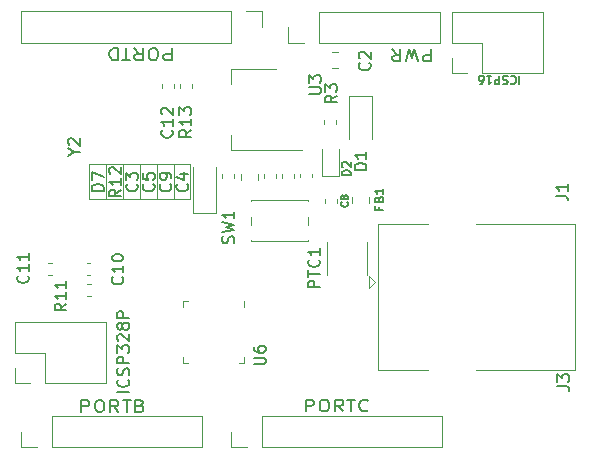
<source format=gbr>
G04 #@! TF.GenerationSoftware,KiCad,Pcbnew,(5.1.5)-3*
G04 #@! TF.CreationDate,2020-06-09T16:26:15+03:00*
G04 #@! TF.ProjectId,Arduino_Uno_R4,41726475-696e-46f5-9f55-6e6f5f52342e,rev?*
G04 #@! TF.SameCoordinates,Original*
G04 #@! TF.FileFunction,Legend,Top*
G04 #@! TF.FilePolarity,Positive*
%FSLAX46Y46*%
G04 Gerber Fmt 4.6, Leading zero omitted, Abs format (unit mm)*
G04 Created by KiCad (PCBNEW (5.1.5)-3) date 2020-06-09 16:26:15*
%MOMM*%
%LPD*%
G04 APERTURE LIST*
%ADD10C,0.150000*%
%ADD11C,0.200000*%
%ADD12C,0.120000*%
G04 APERTURE END LIST*
D10*
X91692200Y-64427933D02*
X91692200Y-65127933D01*
X90958866Y-64494600D02*
X90992200Y-64461266D01*
X91092200Y-64427933D01*
X91158866Y-64427933D01*
X91258866Y-64461266D01*
X91325533Y-64527933D01*
X91358866Y-64594600D01*
X91392200Y-64727933D01*
X91392200Y-64827933D01*
X91358866Y-64961266D01*
X91325533Y-65027933D01*
X91258866Y-65094600D01*
X91158866Y-65127933D01*
X91092200Y-65127933D01*
X90992200Y-65094600D01*
X90958866Y-65061266D01*
X90692200Y-64461266D02*
X90592200Y-64427933D01*
X90425533Y-64427933D01*
X90358866Y-64461266D01*
X90325533Y-64494600D01*
X90292200Y-64561266D01*
X90292200Y-64627933D01*
X90325533Y-64694600D01*
X90358866Y-64727933D01*
X90425533Y-64761266D01*
X90558866Y-64794600D01*
X90625533Y-64827933D01*
X90658866Y-64861266D01*
X90692200Y-64927933D01*
X90692200Y-64994600D01*
X90658866Y-65061266D01*
X90625533Y-65094600D01*
X90558866Y-65127933D01*
X90392200Y-65127933D01*
X90292200Y-65094600D01*
X89992200Y-64427933D02*
X89992200Y-65127933D01*
X89725533Y-65127933D01*
X89658866Y-65094600D01*
X89625533Y-65061266D01*
X89592200Y-64994600D01*
X89592200Y-64894600D01*
X89625533Y-64827933D01*
X89658866Y-64794600D01*
X89725533Y-64761266D01*
X89992200Y-64761266D01*
X88925533Y-64427933D02*
X89325533Y-64427933D01*
X89125533Y-64427933D02*
X89125533Y-65127933D01*
X89192200Y-65027933D01*
X89258866Y-64961266D01*
X89325533Y-64927933D01*
X88325533Y-65127933D02*
X88458866Y-65127933D01*
X88525533Y-65094600D01*
X88558866Y-65061266D01*
X88625533Y-64961266D01*
X88658866Y-64827933D01*
X88658866Y-64561266D01*
X88625533Y-64494600D01*
X88592200Y-64461266D01*
X88525533Y-64427933D01*
X88392200Y-64427933D01*
X88325533Y-64461266D01*
X88292200Y-64494600D01*
X88258866Y-64561266D01*
X88258866Y-64727933D01*
X88292200Y-64794600D01*
X88325533Y-64827933D01*
X88392200Y-64861266D01*
X88525533Y-64861266D01*
X88592200Y-64827933D01*
X88625533Y-64794600D01*
X88658866Y-64727933D01*
D11*
X58643780Y-91212561D02*
X57643780Y-91212561D01*
X58548542Y-90164942D02*
X58596161Y-90212561D01*
X58643780Y-90355419D01*
X58643780Y-90450657D01*
X58596161Y-90593514D01*
X58500923Y-90688752D01*
X58405685Y-90736371D01*
X58215209Y-90783990D01*
X58072352Y-90783990D01*
X57881876Y-90736371D01*
X57786638Y-90688752D01*
X57691400Y-90593514D01*
X57643780Y-90450657D01*
X57643780Y-90355419D01*
X57691400Y-90212561D01*
X57739019Y-90164942D01*
X58596161Y-89783990D02*
X58643780Y-89641133D01*
X58643780Y-89403038D01*
X58596161Y-89307800D01*
X58548542Y-89260180D01*
X58453304Y-89212561D01*
X58358066Y-89212561D01*
X58262828Y-89260180D01*
X58215209Y-89307800D01*
X58167590Y-89403038D01*
X58119971Y-89593514D01*
X58072352Y-89688752D01*
X58024733Y-89736371D01*
X57929495Y-89783990D01*
X57834257Y-89783990D01*
X57739019Y-89736371D01*
X57691400Y-89688752D01*
X57643780Y-89593514D01*
X57643780Y-89355419D01*
X57691400Y-89212561D01*
X58643780Y-88783990D02*
X57643780Y-88783990D01*
X57643780Y-88403038D01*
X57691400Y-88307800D01*
X57739019Y-88260180D01*
X57834257Y-88212561D01*
X57977114Y-88212561D01*
X58072352Y-88260180D01*
X58119971Y-88307800D01*
X58167590Y-88403038D01*
X58167590Y-88783990D01*
X57643780Y-87879228D02*
X57643780Y-87260180D01*
X58024733Y-87593514D01*
X58024733Y-87450657D01*
X58072352Y-87355419D01*
X58119971Y-87307800D01*
X58215209Y-87260180D01*
X58453304Y-87260180D01*
X58548542Y-87307800D01*
X58596161Y-87355419D01*
X58643780Y-87450657D01*
X58643780Y-87736371D01*
X58596161Y-87831609D01*
X58548542Y-87879228D01*
X57739019Y-86879228D02*
X57691400Y-86831609D01*
X57643780Y-86736371D01*
X57643780Y-86498276D01*
X57691400Y-86403038D01*
X57739019Y-86355419D01*
X57834257Y-86307800D01*
X57929495Y-86307800D01*
X58072352Y-86355419D01*
X58643780Y-86926847D01*
X58643780Y-86307800D01*
X58072352Y-85736371D02*
X58024733Y-85831609D01*
X57977114Y-85879228D01*
X57881876Y-85926847D01*
X57834257Y-85926847D01*
X57739019Y-85879228D01*
X57691400Y-85831609D01*
X57643780Y-85736371D01*
X57643780Y-85545895D01*
X57691400Y-85450657D01*
X57739019Y-85403038D01*
X57834257Y-85355419D01*
X57881876Y-85355419D01*
X57977114Y-85403038D01*
X58024733Y-85450657D01*
X58072352Y-85545895D01*
X58072352Y-85736371D01*
X58119971Y-85831609D01*
X58167590Y-85879228D01*
X58262828Y-85926847D01*
X58453304Y-85926847D01*
X58548542Y-85879228D01*
X58596161Y-85831609D01*
X58643780Y-85736371D01*
X58643780Y-85545895D01*
X58596161Y-85450657D01*
X58548542Y-85403038D01*
X58453304Y-85355419D01*
X58262828Y-85355419D01*
X58167590Y-85403038D01*
X58119971Y-85450657D01*
X58072352Y-85545895D01*
X58643780Y-84926847D02*
X57643780Y-84926847D01*
X57643780Y-84545895D01*
X57691400Y-84450657D01*
X57739019Y-84403038D01*
X57834257Y-84355419D01*
X57977114Y-84355419D01*
X58072352Y-84403038D01*
X58119971Y-84450657D01*
X58167590Y-84545895D01*
X58167590Y-84926847D01*
D10*
X84175400Y-62209419D02*
X84175400Y-63209419D01*
X83718257Y-63209419D01*
X83603971Y-63161800D01*
X83546828Y-63114180D01*
X83489685Y-63018942D01*
X83489685Y-62876085D01*
X83546828Y-62780847D01*
X83603971Y-62733228D01*
X83718257Y-62685609D01*
X84175400Y-62685609D01*
X83089685Y-63209419D02*
X82803971Y-62209419D01*
X82575400Y-62923704D01*
X82346828Y-62209419D01*
X82061114Y-63209419D01*
X80918257Y-62209419D02*
X81318257Y-62685609D01*
X81603971Y-62209419D02*
X81603971Y-63209419D01*
X81146828Y-63209419D01*
X81032542Y-63161800D01*
X80975400Y-63114180D01*
X80918257Y-63018942D01*
X80918257Y-62876085D01*
X80975400Y-62780847D01*
X81032542Y-62733228D01*
X81146828Y-62685609D01*
X81603971Y-62685609D01*
X62239200Y-62107819D02*
X62239200Y-63107819D01*
X61782057Y-63107819D01*
X61667771Y-63060200D01*
X61610628Y-63012580D01*
X61553485Y-62917342D01*
X61553485Y-62774485D01*
X61610628Y-62679247D01*
X61667771Y-62631628D01*
X61782057Y-62584009D01*
X62239200Y-62584009D01*
X60810628Y-63107819D02*
X60582057Y-63107819D01*
X60467771Y-63060200D01*
X60353485Y-62964961D01*
X60296342Y-62774485D01*
X60296342Y-62441152D01*
X60353485Y-62250676D01*
X60467771Y-62155438D01*
X60582057Y-62107819D01*
X60810628Y-62107819D01*
X60924914Y-62155438D01*
X61039200Y-62250676D01*
X61096342Y-62441152D01*
X61096342Y-62774485D01*
X61039200Y-62964961D01*
X60924914Y-63060200D01*
X60810628Y-63107819D01*
X59096342Y-62107819D02*
X59496342Y-62584009D01*
X59782057Y-62107819D02*
X59782057Y-63107819D01*
X59324914Y-63107819D01*
X59210628Y-63060200D01*
X59153485Y-63012580D01*
X59096342Y-62917342D01*
X59096342Y-62774485D01*
X59153485Y-62679247D01*
X59210628Y-62631628D01*
X59324914Y-62584009D01*
X59782057Y-62584009D01*
X58753485Y-63107819D02*
X58067771Y-63107819D01*
X58410628Y-62107819D02*
X58410628Y-63107819D01*
X57667771Y-62107819D02*
X57667771Y-63107819D01*
X57382057Y-63107819D01*
X57210628Y-63060200D01*
X57096342Y-62964961D01*
X57039200Y-62869723D01*
X56982057Y-62679247D01*
X56982057Y-62536390D01*
X57039200Y-62345914D01*
X57096342Y-62250676D01*
X57210628Y-62155438D01*
X57382057Y-62107819D01*
X57667771Y-62107819D01*
X73625400Y-92857580D02*
X73625400Y-91857580D01*
X74082542Y-91857580D01*
X74196828Y-91905200D01*
X74253971Y-91952819D01*
X74311114Y-92048057D01*
X74311114Y-92190914D01*
X74253971Y-92286152D01*
X74196828Y-92333771D01*
X74082542Y-92381390D01*
X73625400Y-92381390D01*
X75053971Y-91857580D02*
X75282542Y-91857580D01*
X75396828Y-91905200D01*
X75511114Y-92000438D01*
X75568257Y-92190914D01*
X75568257Y-92524247D01*
X75511114Y-92714723D01*
X75396828Y-92809961D01*
X75282542Y-92857580D01*
X75053971Y-92857580D01*
X74939685Y-92809961D01*
X74825400Y-92714723D01*
X74768257Y-92524247D01*
X74768257Y-92190914D01*
X74825400Y-92000438D01*
X74939685Y-91905200D01*
X75053971Y-91857580D01*
X76768257Y-92857580D02*
X76368257Y-92381390D01*
X76082542Y-92857580D02*
X76082542Y-91857580D01*
X76539685Y-91857580D01*
X76653971Y-91905200D01*
X76711114Y-91952819D01*
X76768257Y-92048057D01*
X76768257Y-92190914D01*
X76711114Y-92286152D01*
X76653971Y-92333771D01*
X76539685Y-92381390D01*
X76082542Y-92381390D01*
X77111114Y-91857580D02*
X77796828Y-91857580D01*
X77453971Y-92857580D02*
X77453971Y-91857580D01*
X78882542Y-92762342D02*
X78825400Y-92809961D01*
X78653971Y-92857580D01*
X78539685Y-92857580D01*
X78368257Y-92809961D01*
X78253971Y-92714723D01*
X78196828Y-92619485D01*
X78139685Y-92429009D01*
X78139685Y-92286152D01*
X78196828Y-92095676D01*
X78253971Y-92000438D01*
X78368257Y-91905200D01*
X78539685Y-91857580D01*
X78653971Y-91857580D01*
X78825400Y-91905200D01*
X78882542Y-91952819D01*
X54600800Y-92882980D02*
X54600800Y-91882980D01*
X55057942Y-91882980D01*
X55172228Y-91930600D01*
X55229371Y-91978219D01*
X55286514Y-92073457D01*
X55286514Y-92216314D01*
X55229371Y-92311552D01*
X55172228Y-92359171D01*
X55057942Y-92406790D01*
X54600800Y-92406790D01*
X56029371Y-91882980D02*
X56257942Y-91882980D01*
X56372228Y-91930600D01*
X56486514Y-92025838D01*
X56543657Y-92216314D01*
X56543657Y-92549647D01*
X56486514Y-92740123D01*
X56372228Y-92835361D01*
X56257942Y-92882980D01*
X56029371Y-92882980D01*
X55915085Y-92835361D01*
X55800800Y-92740123D01*
X55743657Y-92549647D01*
X55743657Y-92216314D01*
X55800800Y-92025838D01*
X55915085Y-91930600D01*
X56029371Y-91882980D01*
X57743657Y-92882980D02*
X57343657Y-92406790D01*
X57057942Y-92882980D02*
X57057942Y-91882980D01*
X57515085Y-91882980D01*
X57629371Y-91930600D01*
X57686514Y-91978219D01*
X57743657Y-92073457D01*
X57743657Y-92216314D01*
X57686514Y-92311552D01*
X57629371Y-92359171D01*
X57515085Y-92406790D01*
X57057942Y-92406790D01*
X58086514Y-91882980D02*
X58772228Y-91882980D01*
X58429371Y-92882980D02*
X58429371Y-91882980D01*
X59572228Y-92359171D02*
X59743657Y-92406790D01*
X59800800Y-92454409D01*
X59857942Y-92549647D01*
X59857942Y-92692504D01*
X59800800Y-92787742D01*
X59743657Y-92835361D01*
X59629371Y-92882980D01*
X59172228Y-92882980D01*
X59172228Y-91882980D01*
X59572228Y-91882980D01*
X59686514Y-91930600D01*
X59743657Y-91978219D01*
X59800800Y-92073457D01*
X59800800Y-92168695D01*
X59743657Y-92263933D01*
X59686514Y-92311552D01*
X59572228Y-92359171D01*
X59172228Y-92359171D01*
D12*
X62407800Y-71932800D02*
X62407800Y-74879200D01*
X61010800Y-71932800D02*
X61010800Y-74879200D01*
X58166000Y-71932800D02*
X58166000Y-74879200D01*
X59588400Y-71932800D02*
X59588400Y-74879200D01*
X56718200Y-71932800D02*
X56718200Y-74879200D01*
X55245000Y-71932800D02*
X55245000Y-74879200D01*
X63830200Y-71932800D02*
X55245000Y-71932800D01*
X63830200Y-74879200D02*
X63830200Y-71932800D01*
X55245000Y-74879200D02*
X63830200Y-74879200D01*
X75814422Y-62383600D02*
X76331578Y-62383600D01*
X75814422Y-63803600D02*
X76331578Y-63803600D01*
X69544000Y-72717922D02*
X69544000Y-73235078D01*
X68124000Y-72717922D02*
X68124000Y-73235078D01*
X72646000Y-72735221D02*
X72646000Y-73060779D01*
X71626000Y-72735221D02*
X71626000Y-73060779D01*
X70102000Y-73060779D02*
X70102000Y-72735221D01*
X71122000Y-73060779D02*
X71122000Y-72735221D01*
X76252800Y-75219779D02*
X76252800Y-74894221D01*
X75232800Y-75219779D02*
X75232800Y-74894221D01*
X74170000Y-73035279D02*
X74170000Y-72709721D01*
X73150000Y-73035279D02*
X73150000Y-72709721D01*
X55041721Y-81282000D02*
X55367279Y-81282000D01*
X55041721Y-80262000D02*
X55367279Y-80262000D01*
X52105779Y-81282000D02*
X51780221Y-81282000D01*
X52105779Y-80262000D02*
X51780221Y-80262000D01*
X62435200Y-65115121D02*
X62435200Y-65440679D01*
X61415200Y-65115121D02*
X61415200Y-65440679D01*
X74957000Y-70599500D02*
X74957000Y-72884500D01*
X74957000Y-72884500D02*
X76427000Y-72884500D01*
X76427000Y-72884500D02*
X76427000Y-70599500D01*
X64024000Y-76036000D02*
X64024000Y-72136000D01*
X66024000Y-76036000D02*
X66024000Y-72136000D01*
X64024000Y-76036000D02*
X66024000Y-76036000D01*
X78942000Y-75188578D02*
X78942000Y-74671422D01*
X77522000Y-75188578D02*
X77522000Y-74671422D01*
X93684400Y-64220400D02*
X93684400Y-59020400D01*
X88544400Y-64220400D02*
X93684400Y-64220400D01*
X85944400Y-59020400D02*
X93684400Y-59020400D01*
X88544400Y-64220400D02*
X88544400Y-61620400D01*
X88544400Y-61620400D02*
X85944400Y-61620400D01*
X85944400Y-61620400D02*
X85944400Y-59020400D01*
X87274400Y-64220400D02*
X85944400Y-64220400D01*
X85944400Y-64220400D02*
X85944400Y-62890400D01*
X83940000Y-77005000D02*
X79680000Y-77005000D01*
X79680000Y-77005000D02*
X79680000Y-89325000D01*
X79680000Y-89325000D02*
X83940000Y-89325000D01*
X88040000Y-77005000D02*
X96400000Y-77005000D01*
X96400000Y-77005000D02*
X96400000Y-89325000D01*
X96400000Y-89325000D02*
X88040000Y-89325000D01*
X79460000Y-81915000D02*
X78960000Y-81415000D01*
X78960000Y-81415000D02*
X78960000Y-82415000D01*
X78960000Y-82415000D02*
X79460000Y-81915000D01*
X48962000Y-90484000D02*
X48962000Y-89154000D01*
X50292000Y-90484000D02*
X48962000Y-90484000D01*
X48962000Y-87884000D02*
X48962000Y-85284000D01*
X51562000Y-87884000D02*
X48962000Y-87884000D01*
X51562000Y-90484000D02*
X51562000Y-87884000D01*
X48962000Y-85284000D02*
X56702000Y-85284000D01*
X51562000Y-90484000D02*
X56702000Y-90484000D01*
X56702000Y-90484000D02*
X56702000Y-85284000D01*
X78799000Y-78518248D02*
X78799000Y-81290752D01*
X75379000Y-78518248D02*
X75379000Y-81290752D01*
X75182000Y-68213921D02*
X75182000Y-68539479D01*
X76202000Y-68213921D02*
X76202000Y-68539479D01*
X55407779Y-83060000D02*
X55082221Y-83060000D01*
X55407779Y-82040000D02*
X55082221Y-82040000D01*
X67566000Y-72760721D02*
X67566000Y-73086279D01*
X66546000Y-72760721D02*
X66546000Y-73086279D01*
X64010000Y-65440879D02*
X64010000Y-65115321D01*
X62990000Y-65440879D02*
X62990000Y-65115321D01*
X68924000Y-78458000D02*
X68924000Y-78358000D01*
X68924000Y-74958000D02*
X68924000Y-75058000D01*
X73824000Y-75058000D02*
X73824000Y-74958000D01*
X73824000Y-78458000D02*
X73824000Y-78358000D01*
X73824000Y-77058000D02*
X73824000Y-76358000D01*
X68924000Y-77058000D02*
X68924000Y-76358000D01*
X68924000Y-78458000D02*
X73824000Y-78458000D01*
X73824000Y-74958000D02*
X68924000Y-74958000D01*
X73315000Y-70720000D02*
X67305000Y-70720000D01*
X71065000Y-63900000D02*
X67305000Y-63900000D01*
X67305000Y-70720000D02*
X67305000Y-69460000D01*
X67305000Y-63900000D02*
X67305000Y-65160000D01*
X68396000Y-88241000D02*
X68396000Y-88716000D01*
X68396000Y-88716000D02*
X67921000Y-88716000D01*
X63176000Y-83971000D02*
X63176000Y-83496000D01*
X63176000Y-83496000D02*
X63651000Y-83496000D01*
X63176000Y-88241000D02*
X63176000Y-88716000D01*
X63176000Y-88716000D02*
X63651000Y-88716000D01*
X68396000Y-83971000D02*
X68396000Y-83496000D01*
X79242000Y-66120000D02*
X77222000Y-66120000D01*
X77222000Y-66120000D02*
X77222000Y-69800000D01*
X79242000Y-66120000D02*
X79242000Y-69800000D01*
X64855400Y-95894200D02*
X64855400Y-93234200D01*
X52095400Y-95894200D02*
X64855400Y-95894200D01*
X52095400Y-93234200D02*
X64855400Y-93234200D01*
X52095400Y-95894200D02*
X52095400Y-93234200D01*
X50825400Y-95894200D02*
X49495400Y-95894200D01*
X49495400Y-95894200D02*
X49495400Y-94564200D01*
X84946800Y-61655000D02*
X84946800Y-58995000D01*
X74726800Y-61655000D02*
X84946800Y-61655000D01*
X74726800Y-58995000D02*
X84946800Y-58995000D01*
X74726800Y-61655000D02*
X74726800Y-58995000D01*
X73456800Y-61655000D02*
X72126800Y-61655000D01*
X72126800Y-61655000D02*
X72126800Y-60325000D01*
X85175400Y-95894200D02*
X85175400Y-93234200D01*
X69875400Y-95894200D02*
X85175400Y-95894200D01*
X69875400Y-93234200D02*
X85175400Y-93234200D01*
X69875400Y-95894200D02*
X69875400Y-93234200D01*
X68605400Y-95894200D02*
X67275400Y-95894200D01*
X67275400Y-95894200D02*
X67275400Y-94564200D01*
X49470000Y-58969600D02*
X49470000Y-61629600D01*
X67310000Y-58969600D02*
X49470000Y-58969600D01*
X67310000Y-61629600D02*
X49470000Y-61629600D01*
X67310000Y-58969600D02*
X67310000Y-61629600D01*
X68580000Y-58969600D02*
X69910000Y-58969600D01*
X69910000Y-58969600D02*
X69910000Y-60299600D01*
D10*
X54001990Y-70910390D02*
X54478180Y-70910390D01*
X53478180Y-71243723D02*
X54001990Y-70910390D01*
X53478180Y-70577057D01*
X53573419Y-70291342D02*
X53525800Y-70243723D01*
X53478180Y-70148485D01*
X53478180Y-69910390D01*
X53525800Y-69815152D01*
X53573419Y-69767533D01*
X53668657Y-69719914D01*
X53763895Y-69719914D01*
X53906752Y-69767533D01*
X54478180Y-70338961D01*
X54478180Y-69719914D01*
X94778580Y-74602933D02*
X95492866Y-74602933D01*
X95635723Y-74650552D01*
X95730961Y-74745790D01*
X95778580Y-74888647D01*
X95778580Y-74983885D01*
X95778580Y-73602933D02*
X95778580Y-74174361D01*
X95778580Y-73888647D02*
X94778580Y-73888647D01*
X94921438Y-73983885D01*
X95016676Y-74079123D01*
X95064295Y-74174361D01*
X78995542Y-63336466D02*
X79043161Y-63384085D01*
X79090780Y-63526942D01*
X79090780Y-63622180D01*
X79043161Y-63765038D01*
X78947923Y-63860276D01*
X78852685Y-63907895D01*
X78662209Y-63955514D01*
X78519352Y-63955514D01*
X78328876Y-63907895D01*
X78233638Y-63860276D01*
X78138400Y-63765038D01*
X78090780Y-63622180D01*
X78090780Y-63526942D01*
X78138400Y-63384085D01*
X78186019Y-63336466D01*
X78186019Y-62955514D02*
X78138400Y-62907895D01*
X78090780Y-62812657D01*
X78090780Y-62574561D01*
X78138400Y-62479323D01*
X78186019Y-62431704D01*
X78281257Y-62384085D01*
X78376495Y-62384085D01*
X78519352Y-62431704D01*
X79090780Y-63003133D01*
X79090780Y-62384085D01*
X59285142Y-73598066D02*
X59332761Y-73645685D01*
X59380380Y-73788542D01*
X59380380Y-73883780D01*
X59332761Y-74026638D01*
X59237523Y-74121876D01*
X59142285Y-74169495D01*
X58951809Y-74217114D01*
X58808952Y-74217114D01*
X58618476Y-74169495D01*
X58523238Y-74121876D01*
X58428000Y-74026638D01*
X58380380Y-73883780D01*
X58380380Y-73788542D01*
X58428000Y-73645685D01*
X58475619Y-73598066D01*
X58380380Y-73264733D02*
X58380380Y-72645685D01*
X58761333Y-72979019D01*
X58761333Y-72836161D01*
X58808952Y-72740923D01*
X58856571Y-72693304D01*
X58951809Y-72645685D01*
X59189904Y-72645685D01*
X59285142Y-72693304D01*
X59332761Y-72740923D01*
X59380380Y-72836161D01*
X59380380Y-73121876D01*
X59332761Y-73217114D01*
X59285142Y-73264733D01*
X63552342Y-73598066D02*
X63599961Y-73645685D01*
X63647580Y-73788542D01*
X63647580Y-73883780D01*
X63599961Y-74026638D01*
X63504723Y-74121876D01*
X63409485Y-74169495D01*
X63219009Y-74217114D01*
X63076152Y-74217114D01*
X62885676Y-74169495D01*
X62790438Y-74121876D01*
X62695200Y-74026638D01*
X62647580Y-73883780D01*
X62647580Y-73788542D01*
X62695200Y-73645685D01*
X62742819Y-73598066D01*
X62980914Y-72740923D02*
X63647580Y-72740923D01*
X62599961Y-72979019D02*
X63314247Y-73217114D01*
X63314247Y-72598066D01*
X60707542Y-73598066D02*
X60755161Y-73645685D01*
X60802780Y-73788542D01*
X60802780Y-73883780D01*
X60755161Y-74026638D01*
X60659923Y-74121876D01*
X60564685Y-74169495D01*
X60374209Y-74217114D01*
X60231352Y-74217114D01*
X60040876Y-74169495D01*
X59945638Y-74121876D01*
X59850400Y-74026638D01*
X59802780Y-73883780D01*
X59802780Y-73788542D01*
X59850400Y-73645685D01*
X59898019Y-73598066D01*
X59802780Y-72693304D02*
X59802780Y-73169495D01*
X60278971Y-73217114D01*
X60231352Y-73169495D01*
X60183733Y-73074257D01*
X60183733Y-72836161D01*
X60231352Y-72740923D01*
X60278971Y-72693304D01*
X60374209Y-72645685D01*
X60612304Y-72645685D01*
X60707542Y-72693304D01*
X60755161Y-72740923D01*
X60802780Y-72836161D01*
X60802780Y-73074257D01*
X60755161Y-73169495D01*
X60707542Y-73217114D01*
X77125485Y-75131600D02*
X77154057Y-75160171D01*
X77182628Y-75245885D01*
X77182628Y-75303028D01*
X77154057Y-75388742D01*
X77096914Y-75445885D01*
X77039771Y-75474457D01*
X76925485Y-75503028D01*
X76839771Y-75503028D01*
X76725485Y-75474457D01*
X76668342Y-75445885D01*
X76611200Y-75388742D01*
X76582628Y-75303028D01*
X76582628Y-75245885D01*
X76611200Y-75160171D01*
X76639771Y-75131600D01*
X76839771Y-74788742D02*
X76811200Y-74845885D01*
X76782628Y-74874457D01*
X76725485Y-74903028D01*
X76696914Y-74903028D01*
X76639771Y-74874457D01*
X76611200Y-74845885D01*
X76582628Y-74788742D01*
X76582628Y-74674457D01*
X76611200Y-74617314D01*
X76639771Y-74588742D01*
X76696914Y-74560171D01*
X76725485Y-74560171D01*
X76782628Y-74588742D01*
X76811200Y-74617314D01*
X76839771Y-74674457D01*
X76839771Y-74788742D01*
X76868342Y-74845885D01*
X76896914Y-74874457D01*
X76954057Y-74903028D01*
X77068342Y-74903028D01*
X77125485Y-74874457D01*
X77154057Y-74845885D01*
X77182628Y-74788742D01*
X77182628Y-74674457D01*
X77154057Y-74617314D01*
X77125485Y-74588742D01*
X77068342Y-74560171D01*
X76954057Y-74560171D01*
X76896914Y-74588742D01*
X76868342Y-74617314D01*
X76839771Y-74674457D01*
X62129942Y-73598066D02*
X62177561Y-73645685D01*
X62225180Y-73788542D01*
X62225180Y-73883780D01*
X62177561Y-74026638D01*
X62082323Y-74121876D01*
X61987085Y-74169495D01*
X61796609Y-74217114D01*
X61653752Y-74217114D01*
X61463276Y-74169495D01*
X61368038Y-74121876D01*
X61272800Y-74026638D01*
X61225180Y-73883780D01*
X61225180Y-73788542D01*
X61272800Y-73645685D01*
X61320419Y-73598066D01*
X62225180Y-73121876D02*
X62225180Y-72931400D01*
X62177561Y-72836161D01*
X62129942Y-72788542D01*
X61987085Y-72693304D01*
X61796609Y-72645685D01*
X61415657Y-72645685D01*
X61320419Y-72693304D01*
X61272800Y-72740923D01*
X61225180Y-72836161D01*
X61225180Y-73026638D01*
X61272800Y-73121876D01*
X61320419Y-73169495D01*
X61415657Y-73217114D01*
X61653752Y-73217114D01*
X61748990Y-73169495D01*
X61796609Y-73121876D01*
X61844228Y-73026638D01*
X61844228Y-72836161D01*
X61796609Y-72740923D01*
X61748990Y-72693304D01*
X61653752Y-72645685D01*
X58065942Y-81465657D02*
X58113561Y-81513276D01*
X58161180Y-81656133D01*
X58161180Y-81751371D01*
X58113561Y-81894228D01*
X58018323Y-81989466D01*
X57923085Y-82037085D01*
X57732609Y-82084704D01*
X57589752Y-82084704D01*
X57399276Y-82037085D01*
X57304038Y-81989466D01*
X57208800Y-81894228D01*
X57161180Y-81751371D01*
X57161180Y-81656133D01*
X57208800Y-81513276D01*
X57256419Y-81465657D01*
X58161180Y-80513276D02*
X58161180Y-81084704D01*
X58161180Y-80798990D02*
X57161180Y-80798990D01*
X57304038Y-80894228D01*
X57399276Y-80989466D01*
X57446895Y-81084704D01*
X57161180Y-79894228D02*
X57161180Y-79798990D01*
X57208800Y-79703752D01*
X57256419Y-79656133D01*
X57351657Y-79608514D01*
X57542133Y-79560895D01*
X57780228Y-79560895D01*
X57970704Y-79608514D01*
X58065942Y-79656133D01*
X58113561Y-79703752D01*
X58161180Y-79798990D01*
X58161180Y-79894228D01*
X58113561Y-79989466D01*
X58065942Y-80037085D01*
X57970704Y-80084704D01*
X57780228Y-80132323D01*
X57542133Y-80132323D01*
X57351657Y-80084704D01*
X57256419Y-80037085D01*
X57208800Y-79989466D01*
X57161180Y-79894228D01*
X50064942Y-81364057D02*
X50112561Y-81411676D01*
X50160180Y-81554533D01*
X50160180Y-81649771D01*
X50112561Y-81792628D01*
X50017323Y-81887866D01*
X49922085Y-81935485D01*
X49731609Y-81983104D01*
X49588752Y-81983104D01*
X49398276Y-81935485D01*
X49303038Y-81887866D01*
X49207800Y-81792628D01*
X49160180Y-81649771D01*
X49160180Y-81554533D01*
X49207800Y-81411676D01*
X49255419Y-81364057D01*
X50160180Y-80411676D02*
X50160180Y-80983104D01*
X50160180Y-80697390D02*
X49160180Y-80697390D01*
X49303038Y-80792628D01*
X49398276Y-80887866D01*
X49445895Y-80983104D01*
X50160180Y-79459295D02*
X50160180Y-80030723D01*
X50160180Y-79745009D02*
X49160180Y-79745009D01*
X49303038Y-79840247D01*
X49398276Y-79935485D01*
X49445895Y-80030723D01*
X62256942Y-69045057D02*
X62304561Y-69092676D01*
X62352180Y-69235533D01*
X62352180Y-69330771D01*
X62304561Y-69473628D01*
X62209323Y-69568866D01*
X62114085Y-69616485D01*
X61923609Y-69664104D01*
X61780752Y-69664104D01*
X61590276Y-69616485D01*
X61495038Y-69568866D01*
X61399800Y-69473628D01*
X61352180Y-69330771D01*
X61352180Y-69235533D01*
X61399800Y-69092676D01*
X61447419Y-69045057D01*
X62352180Y-68092676D02*
X62352180Y-68664104D01*
X62352180Y-68378390D02*
X61352180Y-68378390D01*
X61495038Y-68473628D01*
X61590276Y-68568866D01*
X61637895Y-68664104D01*
X61447419Y-67711723D02*
X61399800Y-67664104D01*
X61352180Y-67568866D01*
X61352180Y-67330771D01*
X61399800Y-67235533D01*
X61447419Y-67187914D01*
X61542657Y-67140295D01*
X61637895Y-67140295D01*
X61780752Y-67187914D01*
X62352180Y-67759342D01*
X62352180Y-67140295D01*
X77402885Y-72867371D02*
X76652885Y-72867371D01*
X76652885Y-72688800D01*
X76688600Y-72581657D01*
X76760028Y-72510228D01*
X76831457Y-72474514D01*
X76974314Y-72438800D01*
X77081457Y-72438800D01*
X77224314Y-72474514D01*
X77295742Y-72510228D01*
X77367171Y-72581657D01*
X77402885Y-72688800D01*
X77402885Y-72867371D01*
X76724314Y-72153085D02*
X76688600Y-72117371D01*
X76652885Y-72045942D01*
X76652885Y-71867371D01*
X76688600Y-71795942D01*
X76724314Y-71760228D01*
X76795742Y-71724514D01*
X76867171Y-71724514D01*
X76974314Y-71760228D01*
X77402885Y-72188800D01*
X77402885Y-71724514D01*
X56484780Y-74169495D02*
X55484780Y-74169495D01*
X55484780Y-73931400D01*
X55532400Y-73788542D01*
X55627638Y-73693304D01*
X55722876Y-73645685D01*
X55913352Y-73598066D01*
X56056209Y-73598066D01*
X56246685Y-73645685D01*
X56341923Y-73693304D01*
X56437161Y-73788542D01*
X56484780Y-73931400D01*
X56484780Y-74169495D01*
X55484780Y-73264733D02*
X55484780Y-72598066D01*
X56484780Y-73026638D01*
X79778628Y-75529600D02*
X79778628Y-75779600D01*
X80171485Y-75779600D02*
X79421485Y-75779600D01*
X79421485Y-75422457D01*
X79778628Y-74886742D02*
X79814342Y-74779600D01*
X79850057Y-74743885D01*
X79921485Y-74708171D01*
X80028628Y-74708171D01*
X80100057Y-74743885D01*
X80135771Y-74779600D01*
X80171485Y-74851028D01*
X80171485Y-75136742D01*
X79421485Y-75136742D01*
X79421485Y-74886742D01*
X79457200Y-74815314D01*
X79492914Y-74779600D01*
X79564342Y-74743885D01*
X79635771Y-74743885D01*
X79707200Y-74779600D01*
X79742914Y-74815314D01*
X79778628Y-74886742D01*
X79778628Y-75136742D01*
X80171485Y-73993885D02*
X80171485Y-74422457D01*
X80171485Y-74208171D02*
X79421485Y-74208171D01*
X79528628Y-74279600D01*
X79600057Y-74351028D01*
X79635771Y-74422457D01*
X94905580Y-90706533D02*
X95619866Y-90706533D01*
X95762723Y-90754152D01*
X95857961Y-90849390D01*
X95905580Y-90992247D01*
X95905580Y-91087485D01*
X94905580Y-90325580D02*
X94905580Y-89706533D01*
X95286533Y-90039866D01*
X95286533Y-89897009D01*
X95334152Y-89801771D01*
X95381771Y-89754152D01*
X95477009Y-89706533D01*
X95715104Y-89706533D01*
X95810342Y-89754152D01*
X95857961Y-89801771D01*
X95905580Y-89897009D01*
X95905580Y-90182723D01*
X95857961Y-90277961D01*
X95810342Y-90325580D01*
X74798180Y-82340247D02*
X73798180Y-82340247D01*
X73798180Y-81959295D01*
X73845800Y-81864057D01*
X73893419Y-81816438D01*
X73988657Y-81768819D01*
X74131514Y-81768819D01*
X74226752Y-81816438D01*
X74274371Y-81864057D01*
X74321990Y-81959295D01*
X74321990Y-82340247D01*
X73798180Y-81483104D02*
X73798180Y-80911676D01*
X74798180Y-81197390D02*
X73798180Y-81197390D01*
X74702942Y-80006914D02*
X74750561Y-80054533D01*
X74798180Y-80197390D01*
X74798180Y-80292628D01*
X74750561Y-80435485D01*
X74655323Y-80530723D01*
X74560085Y-80578342D01*
X74369609Y-80625961D01*
X74226752Y-80625961D01*
X74036276Y-80578342D01*
X73941038Y-80530723D01*
X73845800Y-80435485D01*
X73798180Y-80292628D01*
X73798180Y-80197390D01*
X73845800Y-80054533D01*
X73893419Y-80006914D01*
X74798180Y-79054533D02*
X74798180Y-79625961D01*
X74798180Y-79340247D02*
X73798180Y-79340247D01*
X73941038Y-79435485D01*
X74036276Y-79530723D01*
X74083895Y-79625961D01*
X76245980Y-66105066D02*
X75769790Y-66438400D01*
X76245980Y-66676495D02*
X75245980Y-66676495D01*
X75245980Y-66295542D01*
X75293600Y-66200304D01*
X75341219Y-66152685D01*
X75436457Y-66105066D01*
X75579314Y-66105066D01*
X75674552Y-66152685D01*
X75722171Y-66200304D01*
X75769790Y-66295542D01*
X75769790Y-66676495D01*
X75245980Y-65771733D02*
X75245980Y-65152685D01*
X75626933Y-65486019D01*
X75626933Y-65343161D01*
X75674552Y-65247923D01*
X75722171Y-65200304D01*
X75817409Y-65152685D01*
X76055504Y-65152685D01*
X76150742Y-65200304D01*
X76198361Y-65247923D01*
X76245980Y-65343161D01*
X76245980Y-65628876D01*
X76198361Y-65724114D01*
X76150742Y-65771733D01*
X53335180Y-83726257D02*
X52858990Y-84059590D01*
X53335180Y-84297685D02*
X52335180Y-84297685D01*
X52335180Y-83916733D01*
X52382800Y-83821495D01*
X52430419Y-83773876D01*
X52525657Y-83726257D01*
X52668514Y-83726257D01*
X52763752Y-83773876D01*
X52811371Y-83821495D01*
X52858990Y-83916733D01*
X52858990Y-84297685D01*
X53335180Y-82773876D02*
X53335180Y-83345304D01*
X53335180Y-83059590D02*
X52335180Y-83059590D01*
X52478038Y-83154828D01*
X52573276Y-83250066D01*
X52620895Y-83345304D01*
X53335180Y-81821495D02*
X53335180Y-82392923D01*
X53335180Y-82107209D02*
X52335180Y-82107209D01*
X52478038Y-82202447D01*
X52573276Y-82297685D01*
X52620895Y-82392923D01*
X57957980Y-74074257D02*
X57481790Y-74407590D01*
X57957980Y-74645685D02*
X56957980Y-74645685D01*
X56957980Y-74264733D01*
X57005600Y-74169495D01*
X57053219Y-74121876D01*
X57148457Y-74074257D01*
X57291314Y-74074257D01*
X57386552Y-74121876D01*
X57434171Y-74169495D01*
X57481790Y-74264733D01*
X57481790Y-74645685D01*
X57957980Y-73121876D02*
X57957980Y-73693304D01*
X57957980Y-73407590D02*
X56957980Y-73407590D01*
X57100838Y-73502828D01*
X57196076Y-73598066D01*
X57243695Y-73693304D01*
X57053219Y-72740923D02*
X57005600Y-72693304D01*
X56957980Y-72598066D01*
X56957980Y-72359971D01*
X57005600Y-72264733D01*
X57053219Y-72217114D01*
X57148457Y-72169495D01*
X57243695Y-72169495D01*
X57386552Y-72217114D01*
X57957980Y-72788542D01*
X57957980Y-72169495D01*
X63901580Y-69019657D02*
X63425390Y-69352990D01*
X63901580Y-69591085D02*
X62901580Y-69591085D01*
X62901580Y-69210133D01*
X62949200Y-69114895D01*
X62996819Y-69067276D01*
X63092057Y-69019657D01*
X63234914Y-69019657D01*
X63330152Y-69067276D01*
X63377771Y-69114895D01*
X63425390Y-69210133D01*
X63425390Y-69591085D01*
X63901580Y-68067276D02*
X63901580Y-68638704D01*
X63901580Y-68352990D02*
X62901580Y-68352990D01*
X63044438Y-68448228D01*
X63139676Y-68543466D01*
X63187295Y-68638704D01*
X62901580Y-67733942D02*
X62901580Y-67114895D01*
X63282533Y-67448228D01*
X63282533Y-67305371D01*
X63330152Y-67210133D01*
X63377771Y-67162514D01*
X63473009Y-67114895D01*
X63711104Y-67114895D01*
X63806342Y-67162514D01*
X63853961Y-67210133D01*
X63901580Y-67305371D01*
X63901580Y-67591085D01*
X63853961Y-67686323D01*
X63806342Y-67733942D01*
X67486161Y-78600133D02*
X67533780Y-78457276D01*
X67533780Y-78219180D01*
X67486161Y-78123942D01*
X67438542Y-78076323D01*
X67343304Y-78028704D01*
X67248066Y-78028704D01*
X67152828Y-78076323D01*
X67105209Y-78123942D01*
X67057590Y-78219180D01*
X67009971Y-78409657D01*
X66962352Y-78504895D01*
X66914733Y-78552514D01*
X66819495Y-78600133D01*
X66724257Y-78600133D01*
X66629019Y-78552514D01*
X66581400Y-78504895D01*
X66533780Y-78409657D01*
X66533780Y-78171561D01*
X66581400Y-78028704D01*
X66533780Y-77695371D02*
X67533780Y-77457276D01*
X66819495Y-77266800D01*
X67533780Y-77076323D01*
X66533780Y-76838228D01*
X67533780Y-75933466D02*
X67533780Y-76504895D01*
X67533780Y-76219180D02*
X66533780Y-76219180D01*
X66676638Y-76314419D01*
X66771876Y-76409657D01*
X66819495Y-76504895D01*
X73874380Y-65963704D02*
X74683904Y-65963704D01*
X74779142Y-65916085D01*
X74826761Y-65868466D01*
X74874380Y-65773228D01*
X74874380Y-65582752D01*
X74826761Y-65487514D01*
X74779142Y-65439895D01*
X74683904Y-65392276D01*
X73874380Y-65392276D01*
X73874380Y-65011323D02*
X73874380Y-64392276D01*
X74255333Y-64725609D01*
X74255333Y-64582752D01*
X74302952Y-64487514D01*
X74350571Y-64439895D01*
X74445809Y-64392276D01*
X74683904Y-64392276D01*
X74779142Y-64439895D01*
X74826761Y-64487514D01*
X74874380Y-64582752D01*
X74874380Y-64868466D01*
X74826761Y-64963704D01*
X74779142Y-65011323D01*
X69200780Y-88874504D02*
X70010304Y-88874504D01*
X70105542Y-88826885D01*
X70153161Y-88779266D01*
X70200780Y-88684028D01*
X70200780Y-88493552D01*
X70153161Y-88398314D01*
X70105542Y-88350695D01*
X70010304Y-88303076D01*
X69200780Y-88303076D01*
X69200780Y-87398314D02*
X69200780Y-87588790D01*
X69248400Y-87684028D01*
X69296019Y-87731647D01*
X69438876Y-87826885D01*
X69629352Y-87874504D01*
X70010304Y-87874504D01*
X70105542Y-87826885D01*
X70153161Y-87779266D01*
X70200780Y-87684028D01*
X70200780Y-87493552D01*
X70153161Y-87398314D01*
X70105542Y-87350695D01*
X70010304Y-87303076D01*
X69772209Y-87303076D01*
X69676971Y-87350695D01*
X69629352Y-87398314D01*
X69581733Y-87493552D01*
X69581733Y-87684028D01*
X69629352Y-87779266D01*
X69676971Y-87826885D01*
X69772209Y-87874504D01*
X78735180Y-72391495D02*
X77735180Y-72391495D01*
X77735180Y-72153400D01*
X77782800Y-72010542D01*
X77878038Y-71915304D01*
X77973276Y-71867685D01*
X78163752Y-71820066D01*
X78306609Y-71820066D01*
X78497085Y-71867685D01*
X78592323Y-71915304D01*
X78687561Y-72010542D01*
X78735180Y-72153400D01*
X78735180Y-72391495D01*
X78735180Y-70867685D02*
X78735180Y-71439114D01*
X78735180Y-71153400D02*
X77735180Y-71153400D01*
X77878038Y-71248638D01*
X77973276Y-71343876D01*
X78020895Y-71439114D01*
M02*

</source>
